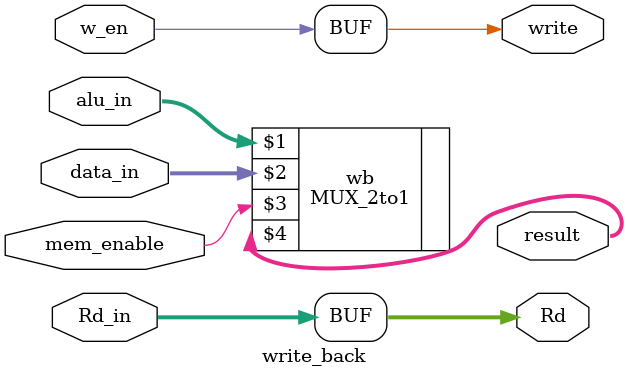
<source format=v>
module write_back(		
				output [31:0] result,
				output reg [3:0] Rd,
				output reg write,
				//output [31:0] cpsr,
				//output s,
				input [31:0] data_in,
				input [31:0] alu_in,
				input [3:0] Rd_in,
				input w_en,
				//input [31:0] cpsr_in,
				//input s_in,
				input mem_enable);

MUX_2to1 wb(alu_in, data_in, mem_enable, result);
//assign cpsr = cpsr_in;
//assign s = s_in;
always@(*)
begin
Rd = Rd_in;
write = w_en;
end
endmodule
</source>
